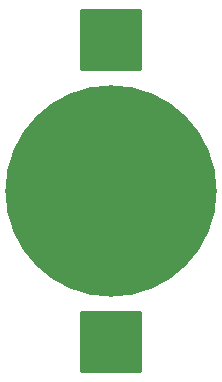
<source format=gbr>
G04 #@! TF.GenerationSoftware,KiCad,Pcbnew,7.0.1-0*
G04 #@! TF.CreationDate,2023-03-19T14:40:06+01:00*
G04 #@! TF.ProjectId,parasite,70617261-7369-4746-952e-6b696361645f,2.0.0*
G04 #@! TF.SameCoordinates,Original*
G04 #@! TF.FileFunction,Soldermask,Bot*
G04 #@! TF.FilePolarity,Negative*
%FSLAX46Y46*%
G04 Gerber Fmt 4.6, Leading zero omitted, Abs format (unit mm)*
G04 Created by KiCad (PCBNEW 7.0.1-0) date 2023-03-19 14:40:06*
%MOMM*%
%LPD*%
G01*
G04 APERTURE LIST*
G04 Aperture macros list*
%AMRoundRect*
0 Rectangle with rounded corners*
0 $1 Rounding radius*
0 $2 $3 $4 $5 $6 $7 $8 $9 X,Y pos of 4 corners*
0 Add a 4 corners polygon primitive as box body*
4,1,4,$2,$3,$4,$5,$6,$7,$8,$9,$2,$3,0*
0 Add four circle primitives for the rounded corners*
1,1,$1+$1,$2,$3*
1,1,$1+$1,$4,$5*
1,1,$1+$1,$6,$7*
1,1,$1+$1,$8,$9*
0 Add four rect primitives between the rounded corners*
20,1,$1+$1,$2,$3,$4,$5,0*
20,1,$1+$1,$4,$5,$6,$7,0*
20,1,$1+$1,$6,$7,$8,$9,0*
20,1,$1+$1,$8,$9,$2,$3,0*%
G04 Aperture macros list end*
%ADD10RoundRect,0.051000X-2.550000X2.550000X-2.550000X-2.550000X2.550000X-2.550000X2.550000X2.550000X0*%
%ADD11C,17.902000*%
G04 APERTURE END LIST*
D10*
X67100000Y-42355000D03*
X67100000Y-67955000D03*
D11*
X67100000Y-55155000D03*
M02*

</source>
